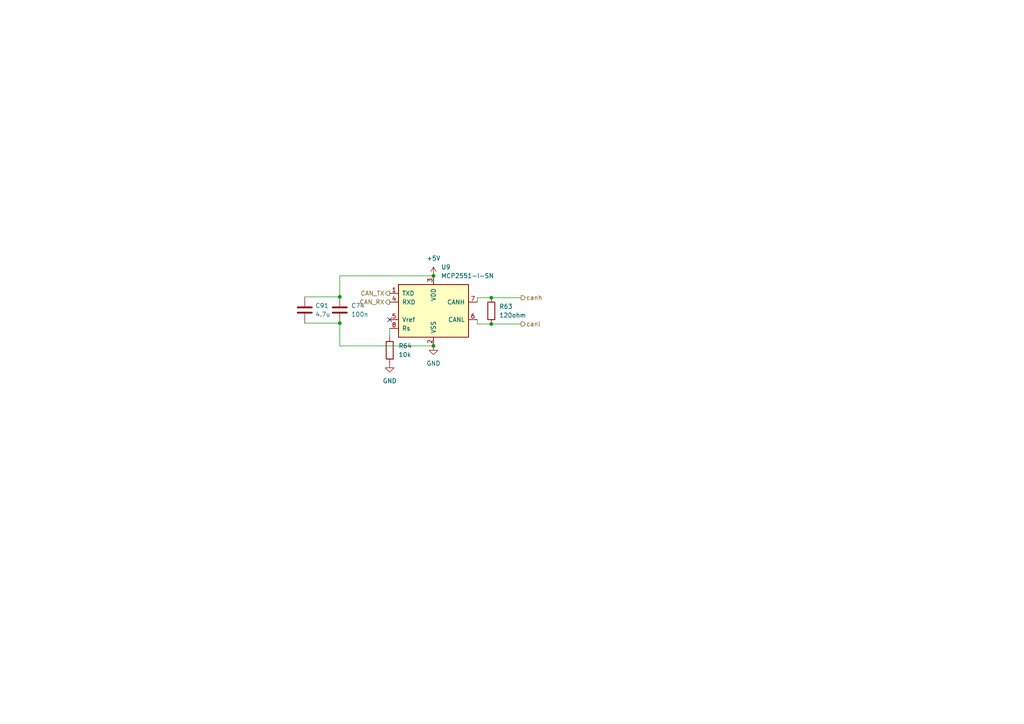
<source format=kicad_sch>
(kicad_sch
	(version 20231120)
	(generator "eeschema")
	(generator_version "8.0")
	(uuid "9f72a4f0-a7c1-406f-91ac-5fd753584e63")
	(paper "A4")
	(title_block
		(title "BaguettESC100-100")
		(date "2024-11-09")
		(rev "Prot-1")
	)
	(lib_symbols
		(symbol "Device:C"
			(pin_numbers hide)
			(pin_names
				(offset 0.254)
			)
			(exclude_from_sim no)
			(in_bom yes)
			(on_board yes)
			(property "Reference" "C"
				(at 0.635 2.54 0)
				(effects
					(font
						(size 1.27 1.27)
					)
					(justify left)
				)
			)
			(property "Value" "C"
				(at 0.635 -2.54 0)
				(effects
					(font
						(size 1.27 1.27)
					)
					(justify left)
				)
			)
			(property "Footprint" ""
				(at 0.9652 -3.81 0)
				(effects
					(font
						(size 1.27 1.27)
					)
					(hide yes)
				)
			)
			(property "Datasheet" "~"
				(at 0 0 0)
				(effects
					(font
						(size 1.27 1.27)
					)
					(hide yes)
				)
			)
			(property "Description" "Unpolarized capacitor"
				(at 0 0 0)
				(effects
					(font
						(size 1.27 1.27)
					)
					(hide yes)
				)
			)
			(property "ki_keywords" "cap capacitor"
				(at 0 0 0)
				(effects
					(font
						(size 1.27 1.27)
					)
					(hide yes)
				)
			)
			(property "ki_fp_filters" "C_*"
				(at 0 0 0)
				(effects
					(font
						(size 1.27 1.27)
					)
					(hide yes)
				)
			)
			(symbol "C_0_1"
				(polyline
					(pts
						(xy -2.032 -0.762) (xy 2.032 -0.762)
					)
					(stroke
						(width 0.508)
						(type default)
					)
					(fill
						(type none)
					)
				)
				(polyline
					(pts
						(xy -2.032 0.762) (xy 2.032 0.762)
					)
					(stroke
						(width 0.508)
						(type default)
					)
					(fill
						(type none)
					)
				)
			)
			(symbol "C_1_1"
				(pin passive line
					(at 0 3.81 270)
					(length 2.794)
					(name "~"
						(effects
							(font
								(size 1.27 1.27)
							)
						)
					)
					(number "1"
						(effects
							(font
								(size 1.27 1.27)
							)
						)
					)
				)
				(pin passive line
					(at 0 -3.81 90)
					(length 2.794)
					(name "~"
						(effects
							(font
								(size 1.27 1.27)
							)
						)
					)
					(number "2"
						(effects
							(font
								(size 1.27 1.27)
							)
						)
					)
				)
			)
		)
		(symbol "Device:R"
			(pin_numbers hide)
			(pin_names
				(offset 0)
			)
			(exclude_from_sim no)
			(in_bom yes)
			(on_board yes)
			(property "Reference" "R"
				(at 2.032 0 90)
				(effects
					(font
						(size 1.27 1.27)
					)
				)
			)
			(property "Value" "R"
				(at 0 0 90)
				(effects
					(font
						(size 1.27 1.27)
					)
				)
			)
			(property "Footprint" ""
				(at -1.778 0 90)
				(effects
					(font
						(size 1.27 1.27)
					)
					(hide yes)
				)
			)
			(property "Datasheet" "~"
				(at 0 0 0)
				(effects
					(font
						(size 1.27 1.27)
					)
					(hide yes)
				)
			)
			(property "Description" "Resistor"
				(at 0 0 0)
				(effects
					(font
						(size 1.27 1.27)
					)
					(hide yes)
				)
			)
			(property "ki_keywords" "R res resistor"
				(at 0 0 0)
				(effects
					(font
						(size 1.27 1.27)
					)
					(hide yes)
				)
			)
			(property "ki_fp_filters" "R_*"
				(at 0 0 0)
				(effects
					(font
						(size 1.27 1.27)
					)
					(hide yes)
				)
			)
			(symbol "R_0_1"
				(rectangle
					(start -1.016 -2.54)
					(end 1.016 2.54)
					(stroke
						(width 0.254)
						(type default)
					)
					(fill
						(type none)
					)
				)
			)
			(symbol "R_1_1"
				(pin passive line
					(at 0 3.81 270)
					(length 1.27)
					(name "~"
						(effects
							(font
								(size 1.27 1.27)
							)
						)
					)
					(number "1"
						(effects
							(font
								(size 1.27 1.27)
							)
						)
					)
				)
				(pin passive line
					(at 0 -3.81 90)
					(length 1.27)
					(name "~"
						(effects
							(font
								(size 1.27 1.27)
							)
						)
					)
					(number "2"
						(effects
							(font
								(size 1.27 1.27)
							)
						)
					)
				)
			)
		)
		(symbol "Interface_CAN_LIN:MCP2551-I-SN"
			(pin_names
				(offset 1.016)
			)
			(exclude_from_sim no)
			(in_bom yes)
			(on_board yes)
			(property "Reference" "U"
				(at -10.16 8.89 0)
				(effects
					(font
						(size 1.27 1.27)
					)
					(justify left)
				)
			)
			(property "Value" "MCP2551-I-SN"
				(at 2.54 8.89 0)
				(effects
					(font
						(size 1.27 1.27)
					)
					(justify left)
				)
			)
			(property "Footprint" "Package_SO:SOIC-8_3.9x4.9mm_P1.27mm"
				(at 0 -12.7 0)
				(effects
					(font
						(size 1.27 1.27)
						(italic yes)
					)
					(hide yes)
				)
			)
			(property "Datasheet" "http://ww1.microchip.com/downloads/en/devicedoc/21667d.pdf"
				(at 0 0 0)
				(effects
					(font
						(size 1.27 1.27)
					)
					(hide yes)
				)
			)
			(property "Description" "High-Speed CAN Transceiver, 1Mbps, 5V supply, SOIC-8"
				(at 0 0 0)
				(effects
					(font
						(size 1.27 1.27)
					)
					(hide yes)
				)
			)
			(property "ki_keywords" "High-Speed CAN Transceiver"
				(at 0 0 0)
				(effects
					(font
						(size 1.27 1.27)
					)
					(hide yes)
				)
			)
			(property "ki_fp_filters" "SOIC*3.9x4.9mm*P1.27mm*"
				(at 0 0 0)
				(effects
					(font
						(size 1.27 1.27)
					)
					(hide yes)
				)
			)
			(symbol "MCP2551-I-SN_0_1"
				(rectangle
					(start -10.16 7.62)
					(end 10.16 -7.62)
					(stroke
						(width 0.254)
						(type default)
					)
					(fill
						(type background)
					)
				)
			)
			(symbol "MCP2551-I-SN_1_1"
				(pin input line
					(at -12.7 5.08 0)
					(length 2.54)
					(name "TXD"
						(effects
							(font
								(size 1.27 1.27)
							)
						)
					)
					(number "1"
						(effects
							(font
								(size 1.27 1.27)
							)
						)
					)
				)
				(pin power_in line
					(at 0 -10.16 90)
					(length 2.54)
					(name "VSS"
						(effects
							(font
								(size 1.27 1.27)
							)
						)
					)
					(number "2"
						(effects
							(font
								(size 1.27 1.27)
							)
						)
					)
				)
				(pin power_in line
					(at 0 10.16 270)
					(length 2.54)
					(name "VDD"
						(effects
							(font
								(size 1.27 1.27)
							)
						)
					)
					(number "3"
						(effects
							(font
								(size 1.27 1.27)
							)
						)
					)
				)
				(pin output line
					(at -12.7 2.54 0)
					(length 2.54)
					(name "RXD"
						(effects
							(font
								(size 1.27 1.27)
							)
						)
					)
					(number "4"
						(effects
							(font
								(size 1.27 1.27)
							)
						)
					)
				)
				(pin power_out line
					(at -12.7 -2.54 0)
					(length 2.54)
					(name "Vref"
						(effects
							(font
								(size 1.27 1.27)
							)
						)
					)
					(number "5"
						(effects
							(font
								(size 1.27 1.27)
							)
						)
					)
				)
				(pin bidirectional line
					(at 12.7 -2.54 180)
					(length 2.54)
					(name "CANL"
						(effects
							(font
								(size 1.27 1.27)
							)
						)
					)
					(number "6"
						(effects
							(font
								(size 1.27 1.27)
							)
						)
					)
				)
				(pin bidirectional line
					(at 12.7 2.54 180)
					(length 2.54)
					(name "CANH"
						(effects
							(font
								(size 1.27 1.27)
							)
						)
					)
					(number "7"
						(effects
							(font
								(size 1.27 1.27)
							)
						)
					)
				)
				(pin input line
					(at -12.7 -5.08 0)
					(length 2.54)
					(name "Rs"
						(effects
							(font
								(size 1.27 1.27)
							)
						)
					)
					(number "8"
						(effects
							(font
								(size 1.27 1.27)
							)
						)
					)
				)
			)
		)
		(symbol "power:+5V"
			(power)
			(pin_names
				(offset 0)
			)
			(exclude_from_sim no)
			(in_bom yes)
			(on_board yes)
			(property "Reference" "#PWR"
				(at 0 -3.81 0)
				(effects
					(font
						(size 1.27 1.27)
					)
					(hide yes)
				)
			)
			(property "Value" "+5V"
				(at 0 3.556 0)
				(effects
					(font
						(size 1.27 1.27)
					)
				)
			)
			(property "Footprint" ""
				(at 0 0 0)
				(effects
					(font
						(size 1.27 1.27)
					)
					(hide yes)
				)
			)
			(property "Datasheet" ""
				(at 0 0 0)
				(effects
					(font
						(size 1.27 1.27)
					)
					(hide yes)
				)
			)
			(property "Description" "Power symbol creates a global label with name \"+5V\""
				(at 0 0 0)
				(effects
					(font
						(size 1.27 1.27)
					)
					(hide yes)
				)
			)
			(property "ki_keywords" "global power"
				(at 0 0 0)
				(effects
					(font
						(size 1.27 1.27)
					)
					(hide yes)
				)
			)
			(symbol "+5V_0_1"
				(polyline
					(pts
						(xy -0.762 1.27) (xy 0 2.54)
					)
					(stroke
						(width 0)
						(type default)
					)
					(fill
						(type none)
					)
				)
				(polyline
					(pts
						(xy 0 0) (xy 0 2.54)
					)
					(stroke
						(width 0)
						(type default)
					)
					(fill
						(type none)
					)
				)
				(polyline
					(pts
						(xy 0 2.54) (xy 0.762 1.27)
					)
					(stroke
						(width 0)
						(type default)
					)
					(fill
						(type none)
					)
				)
			)
			(symbol "+5V_1_1"
				(pin power_in line
					(at 0 0 90)
					(length 0) hide
					(name "+5V"
						(effects
							(font
								(size 1.27 1.27)
							)
						)
					)
					(number "1"
						(effects
							(font
								(size 1.27 1.27)
							)
						)
					)
				)
			)
		)
		(symbol "power:GND"
			(power)
			(pin_names
				(offset 0)
			)
			(exclude_from_sim no)
			(in_bom yes)
			(on_board yes)
			(property "Reference" "#PWR"
				(at 0 -6.35 0)
				(effects
					(font
						(size 1.27 1.27)
					)
					(hide yes)
				)
			)
			(property "Value" "GND"
				(at 0 -3.81 0)
				(effects
					(font
						(size 1.27 1.27)
					)
				)
			)
			(property "Footprint" ""
				(at 0 0 0)
				(effects
					(font
						(size 1.27 1.27)
					)
					(hide yes)
				)
			)
			(property "Datasheet" ""
				(at 0 0 0)
				(effects
					(font
						(size 1.27 1.27)
					)
					(hide yes)
				)
			)
			(property "Description" "Power symbol creates a global label with name \"GND\" , ground"
				(at 0 0 0)
				(effects
					(font
						(size 1.27 1.27)
					)
					(hide yes)
				)
			)
			(property "ki_keywords" "global power"
				(at 0 0 0)
				(effects
					(font
						(size 1.27 1.27)
					)
					(hide yes)
				)
			)
			(symbol "GND_0_1"
				(polyline
					(pts
						(xy 0 0) (xy 0 -1.27) (xy 1.27 -1.27) (xy 0 -2.54) (xy -1.27 -1.27) (xy 0 -1.27)
					)
					(stroke
						(width 0)
						(type default)
					)
					(fill
						(type none)
					)
				)
			)
			(symbol "GND_1_1"
				(pin power_in line
					(at 0 0 270)
					(length 0) hide
					(name "GND"
						(effects
							(font
								(size 1.27 1.27)
							)
						)
					)
					(number "1"
						(effects
							(font
								(size 1.27 1.27)
							)
						)
					)
				)
			)
		)
	)
	(junction
		(at 142.494 93.98)
		(diameter 0)
		(color 0 0 0 0)
		(uuid "1b3127ee-08c0-4432-a889-12c23e01a800")
	)
	(junction
		(at 125.73 80.01)
		(diameter 0)
		(color 0 0 0 0)
		(uuid "92e2c1f7-d354-4b21-921b-80a112f9bf61")
	)
	(junction
		(at 125.73 100.33)
		(diameter 0)
		(color 0 0 0 0)
		(uuid "d3bbb51b-c819-4460-97b5-53fa272639db")
	)
	(junction
		(at 98.552 93.726)
		(diameter 0)
		(color 0 0 0 0)
		(uuid "d6287458-62c1-4677-b768-89efc9826e49")
	)
	(junction
		(at 98.552 86.106)
		(diameter 0)
		(color 0 0 0 0)
		(uuid "da713eee-e67e-4696-86f9-137c968f9f99")
	)
	(junction
		(at 142.494 86.36)
		(diameter 0)
		(color 0 0 0 0)
		(uuid "e0f9fbf4-023e-4a9e-8356-54c76ae73523")
	)
	(no_connect
		(at 113.03 92.71)
		(uuid "b4befe39-a040-482b-b772-a2fc160525a1")
	)
	(wire
		(pts
			(xy 88.392 93.726) (xy 98.552 93.726)
		)
		(stroke
			(width 0)
			(type default)
		)
		(uuid "048593b0-6f23-4b4b-9216-52bd390c773c")
	)
	(wire
		(pts
			(xy 151.13 86.36) (xy 142.494 86.36)
		)
		(stroke
			(width 0)
			(type default)
		)
		(uuid "09cc185e-0e86-44a1-8de4-60edbb721eb8")
	)
	(wire
		(pts
			(xy 151.13 93.98) (xy 142.494 93.98)
		)
		(stroke
			(width 0)
			(type default)
		)
		(uuid "388c58a4-486b-4c49-b1b7-42eb819eee75")
	)
	(wire
		(pts
			(xy 98.552 80.01) (xy 125.73 80.01)
		)
		(stroke
			(width 0)
			(type default)
		)
		(uuid "5898d618-6710-4a5c-9207-19a90e419c2b")
	)
	(wire
		(pts
			(xy 113.03 97.79) (xy 113.03 95.25)
		)
		(stroke
			(width 0)
			(type default)
		)
		(uuid "5e737057-f914-418c-85c4-9c4930499af2")
	)
	(wire
		(pts
			(xy 88.392 86.106) (xy 98.552 86.106)
		)
		(stroke
			(width 0)
			(type default)
		)
		(uuid "8c861ae9-4ca9-4615-a8ce-c93b3618c5be")
	)
	(wire
		(pts
			(xy 138.43 86.36) (xy 138.43 87.63)
		)
		(stroke
			(width 0)
			(type default)
		)
		(uuid "98ad122f-3838-4ca4-ad7c-77d476eb1c14")
	)
	(wire
		(pts
			(xy 138.43 93.98) (xy 138.43 92.71)
		)
		(stroke
			(width 0)
			(type default)
		)
		(uuid "9ee8618d-72d9-46c9-a580-7d473f049e81")
	)
	(wire
		(pts
			(xy 142.494 86.36) (xy 138.43 86.36)
		)
		(stroke
			(width 0)
			(type default)
		)
		(uuid "a096f238-3a50-48b5-b64a-c9522367bbe3")
	)
	(wire
		(pts
			(xy 125.73 100.33) (xy 98.552 100.33)
		)
		(stroke
			(width 0)
			(type default)
		)
		(uuid "a4c30213-3e6c-4633-af82-de6e989a710e")
	)
	(wire
		(pts
			(xy 142.494 93.98) (xy 138.43 93.98)
		)
		(stroke
			(width 0)
			(type default)
		)
		(uuid "c7937b82-6773-4373-bb3c-48e8d2919674")
	)
	(wire
		(pts
			(xy 98.552 100.33) (xy 98.552 93.726)
		)
		(stroke
			(width 0)
			(type default)
		)
		(uuid "d6f1ce2e-c085-4dc6-b772-eca9444f12f8")
	)
	(wire
		(pts
			(xy 98.552 86.106) (xy 98.552 80.01)
		)
		(stroke
			(width 0)
			(type default)
		)
		(uuid "f52d91fa-b8af-4b5f-9f6d-b1d1b8e580d9")
	)
	(hierarchical_label "CAN_RX"
		(shape output)
		(at 113.03 87.63 180)
		(fields_autoplaced yes)
		(effects
			(font
				(size 1.27 1.27)
			)
			(justify right)
		)
		(uuid "28bdd491-f851-4d4d-99f4-76c813135353")
	)
	(hierarchical_label "canh"
		(shape output)
		(at 151.13 86.36 0)
		(fields_autoplaced yes)
		(effects
			(font
				(size 1.27 1.27)
			)
			(justify left)
		)
		(uuid "40aa273e-fcfb-41ee-b4a1-08ea09456cec")
	)
	(hierarchical_label "canl"
		(shape output)
		(at 151.13 93.98 0)
		(fields_autoplaced yes)
		(effects
			(font
				(size 1.27 1.27)
			)
			(justify left)
		)
		(uuid "7a031b4b-88b1-40f3-9c41-5dcda3233762")
	)
	(hierarchical_label "CAN_TX"
		(shape output)
		(at 113.03 85.09 180)
		(fields_autoplaced yes)
		(effects
			(font
				(size 1.27 1.27)
			)
			(justify right)
		)
		(uuid "8ad3c1e5-2682-4e54-9683-1c97a7e270c5")
	)
	(symbol
		(lib_id "Device:C")
		(at 88.392 89.916 180)
		(unit 1)
		(exclude_from_sim no)
		(in_bom yes)
		(on_board yes)
		(dnp no)
		(fields_autoplaced yes)
		(uuid "02d2ab7c-74d8-40a4-8ff6-1bdd3b119e24")
		(property "Reference" "C91"
			(at 91.44 88.6459 0)
			(effects
				(font
					(size 1.27 1.27)
				)
				(justify right)
			)
		)
		(property "Value" "4.7u"
			(at 91.44 91.1859 0)
			(effects
				(font
					(size 1.27 1.27)
				)
				(justify right)
			)
		)
		(property "Footprint" "Capacitor_SMD:C_0805_2012Metric"
			(at 87.4268 86.106 0)
			(effects
				(font
					(size 1.27 1.27)
				)
				(hide yes)
			)
		)
		(property "Datasheet" "~"
			(at 88.392 89.916 0)
			(effects
				(font
					(size 1.27 1.27)
				)
				(hide yes)
			)
		)
		(property "Description" ""
			(at 88.392 89.916 0)
			(effects
				(font
					(size 1.27 1.27)
				)
				(hide yes)
			)
		)
		(pin "1"
			(uuid "2825fa22-3c18-4f12-aed6-698845e82a11")
		)
		(pin "2"
			(uuid "32e189a3-6c04-4df1-a98d-3b3cf8eec1e0")
		)
		(instances
			(project "vesc"
				(path "/473afa24-5103-4f79-a553-15c98718c5e2/61bc0ede-8d03-492c-888f-6ac0bfa2771a"
					(reference "C91")
					(unit 1)
				)
			)
		)
	)
	(symbol
		(lib_id "Device:R")
		(at 113.03 101.6 0)
		(unit 1)
		(exclude_from_sim no)
		(in_bom yes)
		(on_board yes)
		(dnp no)
		(fields_autoplaced yes)
		(uuid "3ea33c72-2c70-46a2-91e3-639d3968c0c3")
		(property "Reference" "R64"
			(at 115.57 100.33 0)
			(effects
				(font
					(size 1.27 1.27)
				)
				(justify left)
			)
		)
		(property "Value" "10k"
			(at 115.57 102.87 0)
			(effects
				(font
					(size 1.27 1.27)
				)
				(justify left)
			)
		)
		(property "Footprint" "Resistor_SMD:R_0603_1608Metric"
			(at 111.252 101.6 90)
			(effects
				(font
					(size 1.27 1.27)
				)
				(hide yes)
			)
		)
		(property "Datasheet" "~"
			(at 113.03 101.6 0)
			(effects
				(font
					(size 1.27 1.27)
				)
				(hide yes)
			)
		)
		(property "Description" ""
			(at 113.03 101.6 0)
			(effects
				(font
					(size 1.27 1.27)
				)
				(hide yes)
			)
		)
		(pin "1"
			(uuid "86942389-2853-4c95-9dcd-4e5dc914ce42")
		)
		(pin "2"
			(uuid "de0507b3-27b4-4549-bc3e-9093107dc2ac")
		)
		(instances
			(project "vesc"
				(path "/473afa24-5103-4f79-a553-15c98718c5e2/61bc0ede-8d03-492c-888f-6ac0bfa2771a"
					(reference "R64")
					(unit 1)
				)
			)
		)
	)
	(symbol
		(lib_id "Device:C")
		(at 98.552 89.916 180)
		(unit 1)
		(exclude_from_sim no)
		(in_bom yes)
		(on_board yes)
		(dnp no)
		(fields_autoplaced yes)
		(uuid "77ef4a6c-6076-4626-88fa-5631f45b6ea3")
		(property "Reference" "C74"
			(at 101.854 88.646 0)
			(effects
				(font
					(size 1.27 1.27)
				)
				(justify right)
			)
		)
		(property "Value" "100n"
			(at 101.854 91.186 0)
			(effects
				(font
					(size 1.27 1.27)
				)
				(justify right)
			)
		)
		(property "Footprint" "Capacitor_SMD:C_0402_1005Metric"
			(at 97.5868 86.106 0)
			(effects
				(font
					(size 1.27 1.27)
				)
				(hide yes)
			)
		)
		(property "Datasheet" "~"
			(at 98.552 89.916 0)
			(effects
				(font
					(size 1.27 1.27)
				)
				(hide yes)
			)
		)
		(property "Description" ""
			(at 98.552 89.916 0)
			(effects
				(font
					(size 1.27 1.27)
				)
				(hide yes)
			)
		)
		(pin "1"
			(uuid "2ba09cf3-5df9-41cb-a1db-b30e23acd9fe")
		)
		(pin "2"
			(uuid "d370b5f4-0c11-4f21-99fb-ca18f78a6ee1")
		)
		(instances
			(project "vesc"
				(path "/473afa24-5103-4f79-a553-15c98718c5e2/61bc0ede-8d03-492c-888f-6ac0bfa2771a"
					(reference "C74")
					(unit 1)
				)
			)
		)
	)
	(symbol
		(lib_id "Interface_CAN_LIN:MCP2551-I-SN")
		(at 125.73 90.17 0)
		(unit 1)
		(exclude_from_sim no)
		(in_bom yes)
		(on_board yes)
		(dnp no)
		(fields_autoplaced yes)
		(uuid "91e4b562-6c1b-41e6-98fa-a198c7ae6638")
		(property "Reference" "U9"
			(at 127.9241 77.47 0)
			(effects
				(font
					(size 1.27 1.27)
				)
				(justify left)
			)
		)
		(property "Value" "MCP2551-I-SN"
			(at 127.9241 80.01 0)
			(effects
				(font
					(size 1.27 1.27)
				)
				(justify left)
			)
		)
		(property "Footprint" "Package_SO:SOIC-8_3.9x4.9mm_P1.27mm"
			(at 125.73 102.87 0)
			(effects
				(font
					(size 1.27 1.27)
					(italic yes)
				)
				(hide yes)
			)
		)
		(property "Datasheet" "http://ww1.microchip.com/downloads/en/devicedoc/21667d.pdf"
			(at 125.73 90.17 0)
			(effects
				(font
					(size 1.27 1.27)
				)
				(hide yes)
			)
		)
		(property "Description" ""
			(at 125.73 90.17 0)
			(effects
				(font
					(size 1.27 1.27)
				)
				(hide yes)
			)
		)
		(pin "1"
			(uuid "e16d87c9-f773-4f13-aa32-0b492c5fbd6e")
		)
		(pin "2"
			(uuid "f164b91e-ef98-48da-a932-58babbafd6d8")
		)
		(pin "3"
			(uuid "672efba7-50ae-439a-95d5-7558fc3b9afb")
		)
		(pin "4"
			(uuid "72bb0089-369b-4110-ba46-2500ebea416c")
		)
		(pin "5"
			(uuid "2dee99ed-a3e9-4a49-8d9b-fe4f1e7e9dde")
		)
		(pin "6"
			(uuid "b6ea5548-7eb0-4028-8165-fef2a30775e2")
		)
		(pin "7"
			(uuid "4bec91ed-764f-4c36-830f-36a6eb1fc825")
		)
		(pin "8"
			(uuid "b68069fc-f944-4cdf-82a6-c8eb8c489530")
		)
		(instances
			(project "vesc"
				(path "/473afa24-5103-4f79-a553-15c98718c5e2/61bc0ede-8d03-492c-888f-6ac0bfa2771a"
					(reference "U9")
					(unit 1)
				)
			)
		)
	)
	(symbol
		(lib_id "Device:R")
		(at 142.494 90.17 0)
		(unit 1)
		(exclude_from_sim no)
		(in_bom yes)
		(on_board yes)
		(dnp no)
		(fields_autoplaced yes)
		(uuid "9ce54f2d-ad9b-4cac-aa27-a994d1471938")
		(property "Reference" "R63"
			(at 144.78 88.9 0)
			(effects
				(font
					(size 1.27 1.27)
				)
				(justify left)
			)
		)
		(property "Value" "120ohm"
			(at 144.78 91.44 0)
			(effects
				(font
					(size 1.27 1.27)
				)
				(justify left)
			)
		)
		(property "Footprint" "Resistor_SMD:R_0603_1608Metric"
			(at 140.716 90.17 90)
			(effects
				(font
					(size 1.27 1.27)
				)
				(hide yes)
			)
		)
		(property "Datasheet" "~"
			(at 142.494 90.17 0)
			(effects
				(font
					(size 1.27 1.27)
				)
				(hide yes)
			)
		)
		(property "Description" ""
			(at 142.494 90.17 0)
			(effects
				(font
					(size 1.27 1.27)
				)
				(hide yes)
			)
		)
		(pin "1"
			(uuid "4ab32af3-3e46-4263-8c6e-51c8b5de8683")
		)
		(pin "2"
			(uuid "11762a9d-95b3-4a8e-9167-60460d174702")
		)
		(instances
			(project "vesc"
				(path "/473afa24-5103-4f79-a553-15c98718c5e2/61bc0ede-8d03-492c-888f-6ac0bfa2771a"
					(reference "R63")
					(unit 1)
				)
			)
		)
	)
	(symbol
		(lib_id "power:+5V")
		(at 125.73 80.01 0)
		(unit 1)
		(exclude_from_sim no)
		(in_bom yes)
		(on_board yes)
		(dnp no)
		(fields_autoplaced yes)
		(uuid "9d9ce3dd-4280-46cb-9946-f6e6421dcc1a")
		(property "Reference" "#PWR0146"
			(at 125.73 83.82 0)
			(effects
				(font
					(size 1.27 1.27)
				)
				(hide yes)
			)
		)
		(property "Value" "+5V"
			(at 125.73 74.93 0)
			(effects
				(font
					(size 1.27 1.27)
				)
			)
		)
		(property "Footprint" ""
			(at 125.73 80.01 0)
			(effects
				(font
					(size 1.27 1.27)
				)
				(hide yes)
			)
		)
		(property "Datasheet" ""
			(at 125.73 80.01 0)
			(effects
				(font
					(size 1.27 1.27)
				)
				(hide yes)
			)
		)
		(property "Description" ""
			(at 125.73 80.01 0)
			(effects
				(font
					(size 1.27 1.27)
				)
				(hide yes)
			)
		)
		(pin "1"
			(uuid "7597e86c-79a8-4700-8db5-72d6aaafce32")
		)
		(instances
			(project "vesc"
				(path "/473afa24-5103-4f79-a553-15c98718c5e2/61bc0ede-8d03-492c-888f-6ac0bfa2771a"
					(reference "#PWR0146")
					(unit 1)
				)
			)
		)
	)
	(symbol
		(lib_id "power:GND")
		(at 113.03 105.41 0)
		(unit 1)
		(exclude_from_sim no)
		(in_bom yes)
		(on_board yes)
		(dnp no)
		(fields_autoplaced yes)
		(uuid "c5495c0b-87f5-489f-9d07-29eff7096fc7")
		(property "Reference" "#PWR0148"
			(at 113.03 111.76 0)
			(effects
				(font
					(size 1.27 1.27)
				)
				(hide yes)
			)
		)
		(property "Value" "GND"
			(at 113.03 110.49 0)
			(effects
				(font
					(size 1.27 1.27)
				)
			)
		)
		(property "Footprint" ""
			(at 113.03 105.41 0)
			(effects
				(font
					(size 1.27 1.27)
				)
				(hide yes)
			)
		)
		(property "Datasheet" ""
			(at 113.03 105.41 0)
			(effects
				(font
					(size 1.27 1.27)
				)
				(hide yes)
			)
		)
		(property "Description" ""
			(at 113.03 105.41 0)
			(effects
				(font
					(size 1.27 1.27)
				)
				(hide yes)
			)
		)
		(pin "1"
			(uuid "5f06fff5-3c96-4455-80bb-c8e9e8a011ba")
		)
		(instances
			(project "vesc"
				(path "/473afa24-5103-4f79-a553-15c98718c5e2/61bc0ede-8d03-492c-888f-6ac0bfa2771a"
					(reference "#PWR0148")
					(unit 1)
				)
			)
		)
	)
	(symbol
		(lib_id "power:GND")
		(at 125.73 100.33 0)
		(unit 1)
		(exclude_from_sim no)
		(in_bom yes)
		(on_board yes)
		(dnp no)
		(fields_autoplaced yes)
		(uuid "f937938d-10c5-44d8-9613-dbc55d1031fc")
		(property "Reference" "#PWR0147"
			(at 125.73 106.68 0)
			(effects
				(font
					(size 1.27 1.27)
				)
				(hide yes)
			)
		)
		(property "Value" "GND"
			(at 125.73 105.41 0)
			(effects
				(font
					(size 1.27 1.27)
				)
			)
		)
		(property "Footprint" ""
			(at 125.73 100.33 0)
			(effects
				(font
					(size 1.27 1.27)
				)
				(hide yes)
			)
		)
		(property "Datasheet" ""
			(at 125.73 100.33 0)
			(effects
				(font
					(size 1.27 1.27)
				)
				(hide yes)
			)
		)
		(property "Description" ""
			(at 125.73 100.33 0)
			(effects
				(font
					(size 1.27 1.27)
				)
				(hide yes)
			)
		)
		(pin "1"
			(uuid "b51ec8f4-1aa0-4115-8a2e-764a642aa7d5")
		)
		(instances
			(project "vesc"
				(path "/473afa24-5103-4f79-a553-15c98718c5e2/61bc0ede-8d03-492c-888f-6ac0bfa2771a"
					(reference "#PWR0147")
					(unit 1)
				)
			)
		)
	)
)

</source>
